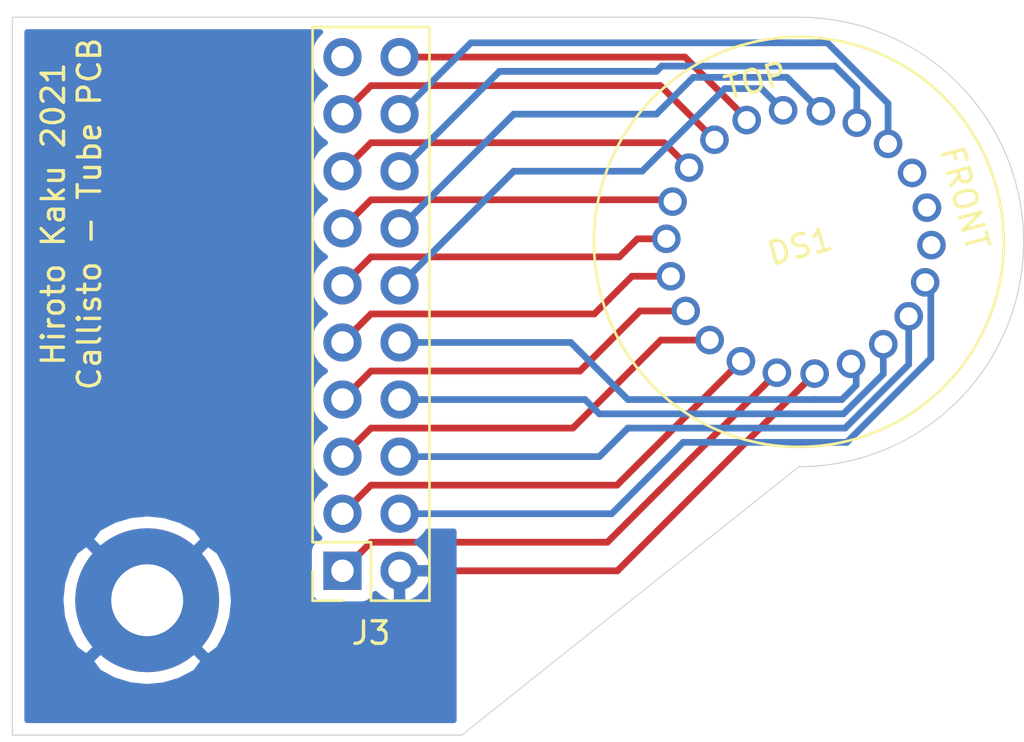
<source format=kicad_pcb>
(kicad_pcb (version 20171130) (host pcbnew "(5.1.10)-1")

  (general
    (thickness 1.6)
    (drawings 6)
    (tracks 79)
    (zones 0)
    (modules 3)
    (nets 24)
  )

  (page A4)
  (layers
    (0 F.Cu signal)
    (31 B.Cu signal)
    (32 B.Adhes user)
    (33 F.Adhes user)
    (34 B.Paste user)
    (35 F.Paste user)
    (36 B.SilkS user)
    (37 F.SilkS user)
    (38 B.Mask user)
    (39 F.Mask user)
    (40 Dwgs.User user)
    (41 Cmts.User user)
    (42 Eco1.User user)
    (43 Eco2.User user)
    (44 Edge.Cuts user)
    (45 Margin user)
    (46 B.CrtYd user)
    (47 F.CrtYd user)
    (48 B.Fab user)
    (49 F.Fab user hide)
  )

  (setup
    (last_trace_width 0.25)
    (user_trace_width 0.3)
    (user_trace_width 0.7)
    (user_trace_width 1)
    (trace_clearance 0.2)
    (zone_clearance 0.508)
    (zone_45_only no)
    (trace_min 0.2)
    (via_size 0.8)
    (via_drill 0.4)
    (via_min_size 0.4)
    (via_min_drill 0.3)
    (user_via 2.2 1.1)
    (uvia_size 0.3)
    (uvia_drill 0.1)
    (uvias_allowed no)
    (uvia_min_size 0.2)
    (uvia_min_drill 0.1)
    (edge_width 0.05)
    (segment_width 0.2)
    (pcb_text_width 0.3)
    (pcb_text_size 1.5 1.5)
    (mod_edge_width 0.12)
    (mod_text_size 1 1)
    (mod_text_width 0.15)
    (pad_size 1.6 1.6)
    (pad_drill 0.8)
    (pad_to_mask_clearance 0)
    (aux_axis_origin 0 0)
    (visible_elements 7FFFFFFF)
    (pcbplotparams
      (layerselection 0x010fc_ffffffff)
      (usegerberextensions true)
      (usegerberattributes false)
      (usegerberadvancedattributes false)
      (creategerberjobfile false)
      (excludeedgelayer true)
      (linewidth 0.100000)
      (plotframeref false)
      (viasonmask false)
      (mode 1)
      (useauxorigin false)
      (hpglpennumber 1)
      (hpglpenspeed 20)
      (hpglpendiameter 15.000000)
      (psnegative false)
      (psa4output false)
      (plotreference true)
      (plotvalue false)
      (plotinvisibletext false)
      (padsonsilk false)
      (subtractmaskfromsilk true)
      (outputformat 1)
      (mirror false)
      (drillshape 0)
      (scaleselection 1)
      (outputdirectory "out/"))
  )

  (net 0 "")
  (net 1 /dig_2)
  (net 2 /dig_4)
  (net 3 /dig_6)
  (net 4 /dig_7)
  (net 5 /dig_8)
  (net 6 /dig_5)
  (net 7 /dig_3)
  (net 8 /dig_1)
  (net 9 /dig_9)
  (net 10 /fil_v)
  (net 11 /seg_a)
  (net 12 /seg_f)
  (net 13 /seg_b)
  (net 14 /seg_g)
  (net 15 "Net-(DS1-Pad8)")
  (net 16 "Net-(DS1-Pad7)")
  (net 17 "Net-(DS1-Pad6)")
  (net 18 /seg_e)
  (net 19 /seg_c)
  (net 20 /seg_d)
  (net 21 /seg_h)
  (net 22 /fil_g)
  (net 23 "Net-(J3-Pad19)")

  (net_class Default "This is the default net class."
    (clearance 0.2)
    (trace_width 0.25)
    (via_dia 0.8)
    (via_drill 0.4)
    (uvia_dia 0.3)
    (uvia_drill 0.1)
    (add_net /dig_1)
    (add_net /dig_2)
    (add_net /dig_3)
    (add_net /dig_4)
    (add_net /dig_5)
    (add_net /dig_6)
    (add_net /dig_7)
    (add_net /dig_8)
    (add_net /dig_9)
    (add_net /fil_g)
    (add_net /fil_v)
    (add_net /seg_a)
    (add_net /seg_b)
    (add_net /seg_c)
    (add_net /seg_d)
    (add_net /seg_e)
    (add_net /seg_f)
    (add_net /seg_g)
    (add_net /seg_h)
    (add_net "Net-(DS1-Pad6)")
    (add_net "Net-(DS1-Pad7)")
    (add_net "Net-(DS1-Pad8)")
    (add_net "Net-(J3-Pad19)")
  )

  (module callisto:IV-18 (layer F.Cu) (tedit 6112D713) (tstamp 6111DD13)
    (at 190.49 65.377 15)
    (path /6114859D)
    (fp_text reference DS1 (at 0 0.2 15) (layer F.SilkS)
      (effects (font (size 1 1) (thickness 0.15)))
    )
    (fp_text value IV-18 (at 0 10.045 15) (layer F.Fab)
      (effects (font (size 1 1) (thickness 0.15)))
    )
    (fp_circle (center 0 0) (end 0 9.37) (layer F.CrtYd) (width 0.05))
    (fp_circle (center 0 0) (end 0 9.12) (layer F.SilkS) (width 0.12))
    (fp_circle (center 0 0) (end 0 9) (layer F.Fab) (width 0.1))
    (fp_text user TOP (at 0 -7.42 15) (layer F.SilkS)
      (effects (font (size 1 1) (thickness 0.15)))
    )
    (fp_text user FRONT (at 7.63 0.028 105) (layer F.SilkS)
      (effects (font (size 1 1) (thickness 0.15)))
    )
    (pad 22 thru_hole oval (at -2.450965 5.36682 15) (size 1.27 1.27) (drill 0.8) (layers *.Cu *.Mask)
      (net 1 /dig_2))
    (pad 21 thru_hole oval (at -3.863692 4.45891 15) (size 1.27 1.27) (drill 0.8) (layers *.Cu *.Mask)
      (net 2 /dig_4))
    (pad 20 thru_hole oval (at -4.963405 3.189765 15) (size 1.27 1.27) (drill 0.8) (layers *.Cu *.Mask)
      (net 3 /dig_6))
    (pad 19 thru_hole oval (at -5.661013 1.662204 15) (size 1.27 1.27) (drill 0.8) (layers *.Cu *.Mask)
      (net 4 /dig_7))
    (pad 18 thru_hole oval (at -5.899999 -0.000018 15) (size 1.27 1.27) (drill 0.8) (layers *.Cu *.Mask)
      (net 5 /dig_8))
    (pad 17 thru_hole oval (at -5.661003 -1.66224 15) (size 1.27 1.27) (drill 0.8) (layers *.Cu *.Mask)
      (net 6 /dig_5))
    (pad 16 thru_hole oval (at -4.963385 -3.189796 15) (size 1.27 1.27) (drill 0.8) (layers *.Cu *.Mask)
      (net 7 /dig_3))
    (pad 15 thru_hole oval (at -3.863664 -4.458934 15) (size 1.27 1.27) (drill 0.8) (layers *.Cu *.Mask)
      (net 8 /dig_1))
    (pad 14 thru_hole oval (at -2.450931 -5.366836 15) (size 1.27 1.27) (drill 0.8) (layers *.Cu *.Mask)
      (net 9 /dig_9))
    (pad 13 thru_hole oval (at -0.839639 -5.839949 15) (size 1.27 1.27) (drill 0.8) (layers *.Cu *.Mask)
      (net 10 /fil_v))
    (pad 12 thru_hole oval (at 0.839676 -5.839943 15) (size 1.27 1.27) (drill 0.8) (layers *.Cu *.Mask)
      (net 11 /seg_a))
    (pad 11 thru_hole oval (at 2.450965 -5.36682 15) (size 1.27 1.27) (drill 0.8) (layers *.Cu *.Mask)
      (net 12 /seg_f))
    (pad 10 thru_hole oval (at 3.863692 -4.45891 15) (size 1.27 1.27) (drill 0.8) (layers *.Cu *.Mask)
      (net 13 /seg_b))
    (pad 9 thru_hole oval (at 4.963405 -3.189765 15) (size 1.27 1.27) (drill 0.8) (layers *.Cu *.Mask)
      (net 14 /seg_g))
    (pad 8 thru_hole oval (at 5.661013 -1.662204 15) (size 1.27 1.27) (drill 0.8) (layers *.Cu *.Mask)
      (net 15 "Net-(DS1-Pad8)"))
    (pad 7 thru_hole oval (at 5.899999 0.000018 15) (size 1.27 1.27) (drill 0.8) (layers *.Cu *.Mask)
      (net 16 "Net-(DS1-Pad7)"))
    (pad 6 thru_hole oval (at 5.661003 1.66224 15) (size 1.27 1.27) (drill 0.8) (layers *.Cu *.Mask)
      (net 17 "Net-(DS1-Pad6)"))
    (pad 5 thru_hole oval (at 4.963385 3.189796 15) (size 1.27 1.27) (drill 0.8) (layers *.Cu *.Mask)
      (net 18 /seg_e))
    (pad 4 thru_hole oval (at 3.863664 4.458934 15) (size 1.27 1.27) (drill 0.8) (layers *.Cu *.Mask)
      (net 19 /seg_c))
    (pad 3 thru_hole oval (at 2.450931 5.366836 15) (size 1.27 1.27) (drill 0.8) (layers *.Cu *.Mask)
      (net 20 /seg_d))
    (pad 2 thru_hole oval (at 0.839639 5.839949 15) (size 1.27 1.27) (drill 0.8) (layers *.Cu *.Mask)
      (net 21 /seg_h))
    (pad 1 thru_hole oval (at -0.839676 5.839943 15) (size 1.27 1.27) (drill 0.8) (layers *.Cu *.Mask)
      (net 22 /fil_g))
  )

  (module MountingHole:MountingHole_3.2mm_M3_Pad (layer F.Cu) (tedit 56D1B4CB) (tstamp 61255DA8)
    (at 161.49 81.32)
    (descr "Mounting Hole 3.2mm, M3")
    (tags "mounting hole 3.2mm m3")
    (attr virtual)
    (fp_text reference REF** (at 0 -4.2) (layer F.SilkS) hide
      (effects (font (size 1 1) (thickness 0.15)))
    )
    (fp_text value MountingHole_3.2mm_M3_Pad (at 0 4.2) (layer F.Fab)
      (effects (font (size 1 1) (thickness 0.15)))
    )
    (fp_circle (center 0 0) (end 3.45 0) (layer F.CrtYd) (width 0.05))
    (fp_circle (center 0 0) (end 3.2 0) (layer Cmts.User) (width 0.15))
    (fp_text user %R (at 0.3 0) (layer F.Fab)
      (effects (font (size 1 1) (thickness 0.15)))
    )
    (pad 1 thru_hole circle (at 0 0) (size 6.4 6.4) (drill 3.2) (layers *.Cu *.Mask)
      (net 22 /fil_g))
  )

  (module Connector_PinSocket_2.54mm:PinSocket_2x10_P2.54mm_Vertical (layer F.Cu) (tedit 5A19A427) (tstamp 6111DD9D)
    (at 170.18 80.01 180)
    (descr "Through hole straight socket strip, 2x10, 2.54mm pitch, double cols (from Kicad 4.0.7), script generated")
    (tags "Through hole socket strip THT 2x10 2.54mm double row")
    (path /61196BBA)
    (fp_text reference J3 (at -1.27 -2.77) (layer F.SilkS)
      (effects (font (size 1 1) (thickness 0.15)))
    )
    (fp_text value Conn_01x20 (at -1.27 25.63) (layer F.Fab)
      (effects (font (size 1 1) (thickness 0.15)))
    )
    (fp_line (start -4.34 24.6) (end -4.34 -1.8) (layer F.CrtYd) (width 0.05))
    (fp_line (start 1.76 24.6) (end -4.34 24.6) (layer F.CrtYd) (width 0.05))
    (fp_line (start 1.76 -1.8) (end 1.76 24.6) (layer F.CrtYd) (width 0.05))
    (fp_line (start -4.34 -1.8) (end 1.76 -1.8) (layer F.CrtYd) (width 0.05))
    (fp_line (start 0 -1.33) (end 1.33 -1.33) (layer F.SilkS) (width 0.12))
    (fp_line (start 1.33 -1.33) (end 1.33 0) (layer F.SilkS) (width 0.12))
    (fp_line (start -1.27 -1.33) (end -1.27 1.27) (layer F.SilkS) (width 0.12))
    (fp_line (start -1.27 1.27) (end 1.33 1.27) (layer F.SilkS) (width 0.12))
    (fp_line (start 1.33 1.27) (end 1.33 24.19) (layer F.SilkS) (width 0.12))
    (fp_line (start -3.87 24.19) (end 1.33 24.19) (layer F.SilkS) (width 0.12))
    (fp_line (start -3.87 -1.33) (end -3.87 24.19) (layer F.SilkS) (width 0.12))
    (fp_line (start -3.87 -1.33) (end -1.27 -1.33) (layer F.SilkS) (width 0.12))
    (fp_line (start -3.81 24.13) (end -3.81 -1.27) (layer F.Fab) (width 0.1))
    (fp_line (start 1.27 24.13) (end -3.81 24.13) (layer F.Fab) (width 0.1))
    (fp_line (start 1.27 -0.27) (end 1.27 24.13) (layer F.Fab) (width 0.1))
    (fp_line (start 0.27 -1.27) (end 1.27 -0.27) (layer F.Fab) (width 0.1))
    (fp_line (start -3.81 -1.27) (end 0.27 -1.27) (layer F.Fab) (width 0.1))
    (fp_text user %R (at -1.27 11.43 90) (layer F.Fab)
      (effects (font (size 1 1) (thickness 0.15)))
    )
    (pad 20 thru_hole oval (at -2.54 22.86 180) (size 1.7 1.7) (drill 1) (layers *.Cu *.Mask)
      (net 10 /fil_v))
    (pad 19 thru_hole oval (at 0 22.86 180) (size 1.7 1.7) (drill 1) (layers *.Cu *.Mask)
      (net 23 "Net-(J3-Pad19)"))
    (pad 18 thru_hole oval (at -2.54 20.32 180) (size 1.7 1.7) (drill 1) (layers *.Cu *.Mask)
      (net 14 /seg_g))
    (pad 17 thru_hole oval (at 0 20.32 180) (size 1.7 1.7) (drill 1) (layers *.Cu *.Mask)
      (net 9 /dig_9))
    (pad 16 thru_hole oval (at -2.54 17.78 180) (size 1.7 1.7) (drill 1) (layers *.Cu *.Mask)
      (net 13 /seg_b))
    (pad 15 thru_hole oval (at 0 17.78 180) (size 1.7 1.7) (drill 1) (layers *.Cu *.Mask)
      (net 8 /dig_1))
    (pad 14 thru_hole oval (at -2.54 15.24 180) (size 1.7 1.7) (drill 1) (layers *.Cu *.Mask)
      (net 12 /seg_f))
    (pad 13 thru_hole oval (at 0 15.24 180) (size 1.7 1.7) (drill 1) (layers *.Cu *.Mask)
      (net 7 /dig_3))
    (pad 12 thru_hole oval (at -2.54 12.7 180) (size 1.7 1.7) (drill 1) (layers *.Cu *.Mask)
      (net 11 /seg_a))
    (pad 11 thru_hole oval (at 0 12.7 180) (size 1.7 1.7) (drill 1) (layers *.Cu *.Mask)
      (net 6 /dig_5))
    (pad 10 thru_hole oval (at -2.54 10.16 180) (size 1.7 1.7) (drill 1) (layers *.Cu *.Mask)
      (net 21 /seg_h))
    (pad 9 thru_hole oval (at 0 10.16 180) (size 1.7 1.7) (drill 1) (layers *.Cu *.Mask)
      (net 5 /dig_8))
    (pad 8 thru_hole oval (at -2.54 7.62 180) (size 1.7 1.7) (drill 1) (layers *.Cu *.Mask)
      (net 20 /seg_d))
    (pad 7 thru_hole oval (at 0 7.62 180) (size 1.7 1.7) (drill 1) (layers *.Cu *.Mask)
      (net 4 /dig_7))
    (pad 6 thru_hole oval (at -2.54 5.08 180) (size 1.7 1.7) (drill 1) (layers *.Cu *.Mask)
      (net 19 /seg_c))
    (pad 5 thru_hole oval (at 0 5.08 180) (size 1.7 1.7) (drill 1) (layers *.Cu *.Mask)
      (net 3 /dig_6))
    (pad 4 thru_hole oval (at -2.54 2.54 180) (size 1.7 1.7) (drill 1) (layers *.Cu *.Mask)
      (net 18 /seg_e))
    (pad 3 thru_hole oval (at 0 2.54 180) (size 1.7 1.7) (drill 1) (layers *.Cu *.Mask)
      (net 2 /dig_4))
    (pad 2 thru_hole oval (at -2.54 0 180) (size 1.7 1.7) (drill 1) (layers *.Cu *.Mask)
      (net 22 /fil_g))
    (pad 1 thru_hole rect (at 0 0 180) (size 1.7 1.7) (drill 1) (layers *.Cu *.Mask)
      (net 1 /dig_2))
    (model ${KISYS3DMOD}/Connector_PinSocket_2.54mm.3dshapes/PinSocket_2x10_P2.54mm_Vertical.wrl
      (at (xyz 0 0 0))
      (scale (xyz 1 1 1))
      (rotate (xyz 0 0 0))
    )
  )

  (gr_text "Hiroto Kaku 2021\nCallisto - Tube PCB" (at 158.115 64.135 90) (layer F.SilkS) (tstamp 61254652)
    (effects (font (size 1 1) (thickness 0.15)))
  )
  (gr_arc (start 190.49 65.377) (end 190.49 75.377) (angle -180) (layer Edge.Cuts) (width 0.05))
  (gr_line (start 175.49 87.32) (end 190.49 75.377) (layer Edge.Cuts) (width 0.05) (tstamp 611BD6A0))
  (gr_line (start 155.49 87.32) (end 175.49 87.32) (layer Edge.Cuts) (width 0.05))
  (gr_line (start 155.49 55.377) (end 155.49 87.32) (layer Edge.Cuts) (width 0.05) (tstamp 611BD7BD))
  (gr_line (start 190.49 55.377) (end 155.49 55.377) (layer Edge.Cuts) (width 0.05))

  (segment (start 181.966891 78.74) (end 189.511585 71.195306) (width 0.3) (layer F.Cu) (net 1))
  (segment (start 171.45 78.74) (end 181.966891 78.74) (width 0.3) (layer F.Cu) (net 1))
  (segment (start 170.18 80.01) (end 171.45 78.74) (width 0.3) (layer F.Cu) (net 1))
  (segment (start 182.395984 76.2) (end 187.912011 70.683973) (width 0.3) (layer F.Cu) (net 2))
  (segment (start 171.45 76.2) (end 182.395984 76.2) (width 0.3) (layer F.Cu) (net 2))
  (segment (start 170.18 77.47) (end 171.45 76.2) (width 0.3) (layer F.Cu) (net 2))
  (segment (start 184.35066 69.7427) (end 186.521291 69.7427) (width 0.3) (layer F.Cu) (net 3) (status 20))
  (segment (start 180.43336 73.66) (end 184.35066 69.7427) (width 0.3) (layer F.Cu) (net 3))
  (segment (start 171.45 73.66) (end 180.43336 73.66) (width 0.3) (layer F.Cu) (net 3))
  (segment (start 170.18 74.93) (end 171.45 73.66) (width 0.3) (layer F.Cu) (net 3) (status 10))
  (segment (start 183.420447 68.447744) (end 185.452091 68.447744) (width 0.3) (layer F.Cu) (net 4) (status 20))
  (segment (start 180.748191 71.12) (end 183.420447 68.447744) (width 0.3) (layer F.Cu) (net 4))
  (segment (start 171.45 71.12) (end 180.748191 71.12) (width 0.3) (layer F.Cu) (net 4))
  (segment (start 170.18 72.39) (end 171.45 71.12) (width 0.3) (layer F.Cu) (net 4) (status 10))
  (segment (start 183.062968 66.904015) (end 184.791034 66.904015) (width 0.3) (layer F.Cu) (net 5) (status 20))
  (segment (start 181.386983 68.58) (end 183.062968 66.904015) (width 0.3) (layer F.Cu) (net 5))
  (segment (start 171.45 68.58) (end 181.386983 68.58) (width 0.3) (layer F.Cu) (net 5))
  (segment (start 170.18 69.85) (end 171.45 68.58) (width 0.3) (layer F.Cu) (net 5) (status 10))
  (segment (start 171.45 66.04) (end 170.18 67.31) (width 0.3) (layer F.Cu) (net 6) (status 20))
  (segment (start 183.307182 65.236575) (end 182.503757 66.04) (width 0.3) (layer F.Cu) (net 6))
  (segment (start 182.503757 66.04) (end 171.45 66.04) (width 0.3) (layer F.Cu) (net 6))
  (segment (start 184.591672 65.236575) (end 183.307182 65.236575) (width 0.3) (layer F.Cu) (net 6) (status 10))
  (segment (start 184.789646 63.5) (end 184.870158 63.580512) (width 0.3) (layer F.Cu) (net 7))
  (segment (start 171.45 63.5) (end 184.789646 63.5) (width 0.3) (layer F.Cu) (net 7))
  (segment (start 170.18 64.77) (end 171.45 63.5) (width 0.3) (layer F.Cu) (net 7))
  (segment (start 184.49394 60.96) (end 185.60393 62.06999) (width 0.3) (layer F.Cu) (net 8))
  (segment (start 171.45 60.96) (end 184.49394 60.96) (width 0.3) (layer F.Cu) (net 8))
  (segment (start 170.18 62.23) (end 171.45 60.96) (width 0.3) (layer F.Cu) (net 8))
  (segment (start 171.45 58.42) (end 170.18 59.69) (width 0.3) (layer F.Cu) (net 9) (status 20))
  (segment (start 184.326161 58.42) (end 171.45 58.42) (width 0.3) (layer F.Cu) (net 9))
  (segment (start 186.733543 60.827382) (end 184.326161 58.42) (width 0.3) (layer F.Cu) (net 9) (status 10))
  (segment (start 185.42 57.15) (end 172.72 57.15) (width 0.3) (layer F.Cu) (net 10) (status 20))
  (segment (start 188.167481 59.897481) (end 185.42 57.15) (width 0.3) (layer F.Cu) (net 10) (status 10))
  (segment (start 188.167481 59.953357) (end 188.167481 59.897481) (width 0.3) (layer F.Cu) (net 10) (status 30))
  (segment (start 177.8 62.23) (end 172.72 67.31) (width 0.3) (layer B.Cu) (net 11) (status 20))
  (segment (start 188.822902 58.55205) (end 187.19295 58.55205) (width 0.3) (layer B.Cu) (net 11))
  (segment (start 183.515 62.23) (end 177.8 62.23) (width 0.3) (layer B.Cu) (net 11))
  (segment (start 187.19295 58.55205) (end 183.515 62.23) (width 0.3) (layer B.Cu) (net 11))
  (segment (start 189.789576 59.518724) (end 188.822902 58.55205) (width 0.3) (layer B.Cu) (net 11) (status 10))
  (segment (start 189.961761 58.05204) (end 191.468415 59.558694) (width 0.3) (layer B.Cu) (net 12) (status 20))
  (segment (start 185.78796 58.05204) (end 189.961761 58.05204) (width 0.3) (layer B.Cu) (net 12))
  (segment (start 184.15 59.69) (end 185.78796 58.05204) (width 0.3) (layer B.Cu) (net 12))
  (segment (start 177.8 59.69) (end 184.15 59.69) (width 0.3) (layer B.Cu) (net 12))
  (segment (start 172.72 64.77) (end 177.8 59.69) (width 0.3) (layer B.Cu) (net 12) (status 10))
  (segment (start 184.15 57.785) (end 177.165 57.785) (width 0.3) (layer B.Cu) (net 13))
  (segment (start 184.38297 57.55203) (end 184.15 57.785) (width 0.3) (layer B.Cu) (net 13))
  (segment (start 192.08796 57.55203) (end 184.38297 57.55203) (width 0.3) (layer B.Cu) (net 13))
  (segment (start 177.165 57.785) (end 172.72 62.23) (width 0.3) (layer B.Cu) (net 13) (status 20))
  (segment (start 193.067989 58.532059) (end 192.08796 57.55203) (width 0.3) (layer B.Cu) (net 13))
  (segment (start 193.067989 60.070027) (end 193.067989 58.532059) (width 0.3) (layer B.Cu) (net 13) (status 10))
  (segment (start 194.458709 59.215659) (end 194.458709 61.0113) (width 0.3) (layer B.Cu) (net 14) (status 20))
  (segment (start 175.895 56.515) (end 191.75805 56.515) (width 0.3) (layer B.Cu) (net 14))
  (segment (start 191.75805 56.515) (end 194.458709 59.215659) (width 0.3) (layer B.Cu) (net 14))
  (segment (start 172.72 59.69) (end 175.895 56.515) (width 0.3) (layer B.Cu) (net 14) (status 10))
  (segment (start 182.161729 77.47) (end 172.72 77.47) (width 0.3) (layer B.Cu) (net 18) (status 20))
  (segment (start 185.336729 74.295) (end 182.161729 77.47) (width 0.3) (layer B.Cu) (net 18))
  (segment (start 192.621364 74.295) (end 185.336729 74.295) (width 0.3) (layer B.Cu) (net 18))
  (segment (start 196.361071 70.555293) (end 192.621364 74.295) (width 0.3) (layer B.Cu) (net 18))
  (segment (start 196.361071 67.424717) (end 196.361071 70.555293) (width 0.3) (layer B.Cu) (net 18) (status 10))
  (segment (start 196.109842 67.173488) (end 196.361071 67.424717) (width 0.3) (layer B.Cu) (net 18) (status 30))
  (segment (start 192.549244 73.66) (end 195.37607 70.833174) (width 0.3) (layer B.Cu) (net 19))
  (segment (start 195.37607 70.833174) (end 195.37607 68.68401) (width 0.3) (layer B.Cu) (net 19) (status 20))
  (segment (start 172.72 74.93) (end 181.61 74.93) (width 0.3) (layer B.Cu) (net 19) (status 10))
  (segment (start 182.88 73.66) (end 192.549244 73.66) (width 0.3) (layer B.Cu) (net 19))
  (segment (start 181.61 74.93) (end 182.88 73.66) (width 0.3) (layer B.Cu) (net 19))
  (segment (start 194.246457 71.255665) (end 194.246457 69.926618) (width 0.3) (layer B.Cu) (net 20) (status 20))
  (segment (start 192.477122 73.025) (end 194.246457 71.255665) (width 0.3) (layer B.Cu) (net 20))
  (segment (start 181.61 73.025) (end 192.477122 73.025) (width 0.3) (layer B.Cu) (net 20))
  (segment (start 180.975 72.39) (end 181.61 73.025) (width 0.3) (layer B.Cu) (net 20))
  (segment (start 172.72 72.39) (end 180.975 72.39) (width 0.3) (layer B.Cu) (net 20) (status 10))
  (segment (start 182.88 72.39) (end 191.223162 72.39) (width 0.3) (layer B.Cu) (net 21))
  (segment (start 180.34 69.85) (end 182.88 72.39) (width 0.3) (layer B.Cu) (net 21))
  (segment (start 172.72 69.85) (end 180.34 69.85) (width 0.3) (layer B.Cu) (net 21) (status 10))
  (segment (start 193.04 71.755) (end 193.04 71.028124) (width 0.3) (layer B.Cu) (net 21) (status 20))
  (segment (start 193.04 71.028124) (end 192.812519 70.800643) (width 0.3) (layer B.Cu) (net 21) (status 30))
  (segment (start 192.405 72.39) (end 193.04 71.755) (width 0.3) (layer B.Cu) (net 21))
  (segment (start 191.135 72.39) (end 192.405 72.39) (width 0.3) (layer B.Cu) (net 21))
  (segment (start 182.4157 80.01) (end 191.190424 71.235276) (width 0.3) (layer F.Cu) (net 22) (status 20))
  (segment (start 172.72 80.01) (end 182.4157 80.01) (width 0.3) (layer F.Cu) (net 22) (status 10))

  (zone (net 22) (net_name /fil_g) (layer B.Cu) (tstamp 6141338B) (hatch edge 0.508)
    (connect_pads (clearance 0.508))
    (min_thickness 0.254)
    (fill yes (arc_segments 32) (thermal_gap 0.508) (thermal_bridge_width 0.508))
    (polygon
      (pts
        (xy 175.26 87.63) (xy 154.94 87.63) (xy 154.94 54.61) (xy 175.26 54.61)
      )
    )
    (filled_polygon
      (pts
        (xy 169.026525 56.203368) (xy 168.86401 56.446589) (xy 168.752068 56.716842) (xy 168.695 57.00374) (xy 168.695 57.29626)
        (xy 168.752068 57.583158) (xy 168.86401 57.853411) (xy 169.026525 58.096632) (xy 169.233368 58.303475) (xy 169.40776 58.42)
        (xy 169.233368 58.536525) (xy 169.026525 58.743368) (xy 168.86401 58.986589) (xy 168.752068 59.256842) (xy 168.695 59.54374)
        (xy 168.695 59.83626) (xy 168.752068 60.123158) (xy 168.86401 60.393411) (xy 169.026525 60.636632) (xy 169.233368 60.843475)
        (xy 169.40776 60.96) (xy 169.233368 61.076525) (xy 169.026525 61.283368) (xy 168.86401 61.526589) (xy 168.752068 61.796842)
        (xy 168.695 62.08374) (xy 168.695 62.37626) (xy 168.752068 62.663158) (xy 168.86401 62.933411) (xy 169.026525 63.176632)
        (xy 169.233368 63.383475) (xy 169.40776 63.5) (xy 169.233368 63.616525) (xy 169.026525 63.823368) (xy 168.86401 64.066589)
        (xy 168.752068 64.336842) (xy 168.695 64.62374) (xy 168.695 64.91626) (xy 168.752068 65.203158) (xy 168.86401 65.473411)
        (xy 169.026525 65.716632) (xy 169.233368 65.923475) (xy 169.40776 66.04) (xy 169.233368 66.156525) (xy 169.026525 66.363368)
        (xy 168.86401 66.606589) (xy 168.752068 66.876842) (xy 168.695 67.16374) (xy 168.695 67.45626) (xy 168.752068 67.743158)
        (xy 168.86401 68.013411) (xy 169.026525 68.256632) (xy 169.233368 68.463475) (xy 169.40776 68.58) (xy 169.233368 68.696525)
        (xy 169.026525 68.903368) (xy 168.86401 69.146589) (xy 168.752068 69.416842) (xy 168.695 69.70374) (xy 168.695 69.99626)
        (xy 168.752068 70.283158) (xy 168.86401 70.553411) (xy 169.026525 70.796632) (xy 169.233368 71.003475) (xy 169.40776 71.12)
        (xy 169.233368 71.236525) (xy 169.026525 71.443368) (xy 168.86401 71.686589) (xy 168.752068 71.956842) (xy 168.695 72.24374)
        (xy 168.695 72.53626) (xy 168.752068 72.823158) (xy 168.86401 73.093411) (xy 169.026525 73.336632) (xy 169.233368 73.543475)
        (xy 169.40776 73.66) (xy 169.233368 73.776525) (xy 169.026525 73.983368) (xy 168.86401 74.226589) (xy 168.752068 74.496842)
        (xy 168.695 74.78374) (xy 168.695 75.07626) (xy 168.752068 75.363158) (xy 168.86401 75.633411) (xy 169.026525 75.876632)
        (xy 169.233368 76.083475) (xy 169.40776 76.2) (xy 169.233368 76.316525) (xy 169.026525 76.523368) (xy 168.86401 76.766589)
        (xy 168.752068 77.036842) (xy 168.695 77.32374) (xy 168.695 77.61626) (xy 168.752068 77.903158) (xy 168.86401 78.173411)
        (xy 169.026525 78.416632) (xy 169.15838 78.548487) (xy 169.08582 78.570498) (xy 168.975506 78.629463) (xy 168.878815 78.708815)
        (xy 168.799463 78.805506) (xy 168.740498 78.91582) (xy 168.704188 79.035518) (xy 168.691928 79.16) (xy 168.691928 80.86)
        (xy 168.704188 80.984482) (xy 168.740498 81.10418) (xy 168.799463 81.214494) (xy 168.878815 81.311185) (xy 168.975506 81.390537)
        (xy 169.08582 81.449502) (xy 169.205518 81.485812) (xy 169.33 81.498072) (xy 171.03 81.498072) (xy 171.154482 81.485812)
        (xy 171.27418 81.449502) (xy 171.384494 81.390537) (xy 171.481185 81.311185) (xy 171.560537 81.214494) (xy 171.619502 81.10418)
        (xy 171.642498 81.028374) (xy 171.838645 81.205178) (xy 172.088748 81.354157) (xy 172.363109 81.451481) (xy 172.593 81.330814)
        (xy 172.593 80.137) (xy 172.847 80.137) (xy 172.847 81.330814) (xy 173.076891 81.451481) (xy 173.351252 81.354157)
        (xy 173.601355 81.205178) (xy 173.817588 81.010269) (xy 173.991641 80.77692) (xy 174.116825 80.514099) (xy 174.161476 80.36689)
        (xy 174.040155 80.137) (xy 172.847 80.137) (xy 172.593 80.137) (xy 172.573 80.137) (xy 172.573 79.883)
        (xy 172.593 79.883) (xy 172.593 79.863) (xy 172.847 79.863) (xy 172.847 79.883) (xy 174.040155 79.883)
        (xy 174.161476 79.65311) (xy 174.116825 79.505901) (xy 173.991641 79.24308) (xy 173.817588 79.009731) (xy 173.601355 78.814822)
        (xy 173.484466 78.745195) (xy 173.666632 78.623475) (xy 173.873475 78.416632) (xy 173.981474 78.255) (xy 175.133 78.255)
        (xy 175.133 86.66) (xy 156.15 86.66) (xy 156.15 84.020881) (xy 158.968724 84.020881) (xy 159.328912 84.510548)
        (xy 159.992882 84.870849) (xy 160.714385 85.094694) (xy 161.465695 85.17348) (xy 162.217938 85.104178) (xy 162.942208 84.889452)
        (xy 163.61067 84.537555) (xy 163.651088 84.510548) (xy 164.011276 84.020881) (xy 161.49 81.499605) (xy 158.968724 84.020881)
        (xy 156.15 84.020881) (xy 156.15 81.295695) (xy 157.63652 81.295695) (xy 157.705822 82.047938) (xy 157.920548 82.772208)
        (xy 158.272445 83.44067) (xy 158.299452 83.481088) (xy 158.789119 83.841276) (xy 161.310395 81.32) (xy 161.669605 81.32)
        (xy 164.190881 83.841276) (xy 164.680548 83.481088) (xy 165.040849 82.817118) (xy 165.264694 82.095615) (xy 165.34348 81.344305)
        (xy 165.274178 80.592062) (xy 165.059452 79.867792) (xy 164.707555 79.19933) (xy 164.680548 79.158912) (xy 164.190881 78.798724)
        (xy 161.669605 81.32) (xy 161.310395 81.32) (xy 158.789119 78.798724) (xy 158.299452 79.158912) (xy 157.939151 79.822882)
        (xy 157.715306 80.544385) (xy 157.63652 81.295695) (xy 156.15 81.295695) (xy 156.15 78.619119) (xy 158.968724 78.619119)
        (xy 161.49 81.140395) (xy 164.011276 78.619119) (xy 163.651088 78.129452) (xy 162.987118 77.769151) (xy 162.265615 77.545306)
        (xy 161.514305 77.46652) (xy 160.762062 77.535822) (xy 160.037792 77.750548) (xy 159.36933 78.102445) (xy 159.328912 78.129452)
        (xy 158.968724 78.619119) (xy 156.15 78.619119) (xy 156.15 56.037) (xy 169.192893 56.037)
      )
    )
  )
)

</source>
